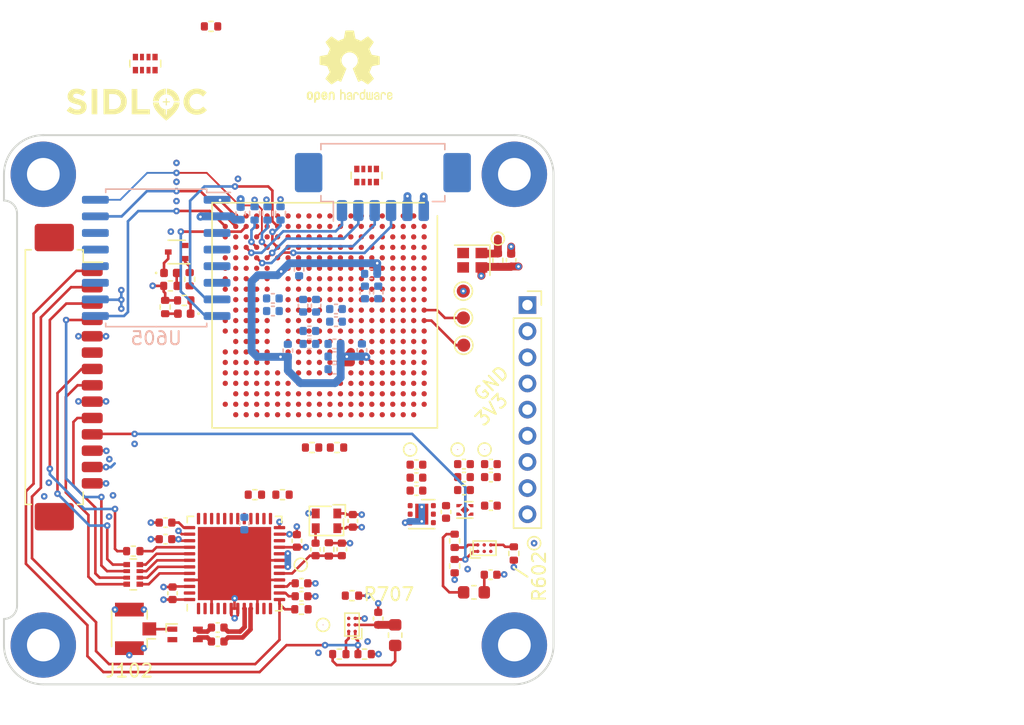
<source format=kicad_pcb>
(kicad_pcb (version 20211014) (generator pcbnew)

  (general
    (thickness 1.5954)
  )

  (paper "A4")
  (layers
    (0 "F.Cu" mixed)
    (1 "In1.Cu" power)
    (2 "In2.Cu" power)
    (31 "B.Cu" mixed)
    (32 "B.Adhes" user "B.Adhesive")
    (33 "F.Adhes" user "F.Adhesive")
    (34 "B.Paste" user)
    (35 "F.Paste" user)
    (36 "B.SilkS" user "B.Silkscreen")
    (37 "F.SilkS" user "F.Silkscreen")
    (38 "B.Mask" user)
    (39 "F.Mask" user)
    (41 "Cmts.User" user "User.Comments")
    (42 "Eco1.User" user "User.Eco1")
    (43 "Eco2.User" user "User.Eco2")
    (44 "Edge.Cuts" user)
    (45 "Margin" user)
    (46 "B.CrtYd" user "B.Courtyard")
    (47 "F.CrtYd" user "F.Courtyard")
    (48 "B.Fab" user)
    (49 "F.Fab" user)
  )

  (setup
    (stackup
      (layer "F.SilkS" (type "Top Silk Screen") (color "White"))
      (layer "F.Paste" (type "Top Solder Paste"))
      (layer "F.Mask" (type "Top Solder Mask") (color "Purple") (thickness 0.0127))
      (layer "F.Cu" (type "copper") (thickness 0.035))
      (layer "dielectric 1" (type "prepreg") (thickness 0.1) (material "JLC2313") (epsilon_r 4.05) (loss_tangent 0))
      (layer "In1.Cu" (type "copper") (thickness 0.0175))
      (layer "dielectric 2" (type "core") (thickness 1.265) (material "Core") (epsilon_r 4.6) (loss_tangent 0))
      (layer "In2.Cu" (type "copper") (thickness 0.0175))
      (layer "dielectric 3" (type "prepreg") (thickness 0.1) (material "JLC2313") (epsilon_r 4.05) (loss_tangent 0))
      (layer "B.Cu" (type "copper") (thickness 0.035))
      (layer "B.Mask" (type "Bottom Solder Mask") (color "Purple") (thickness 0.0127))
      (layer "B.Paste" (type "Bottom Solder Paste"))
      (layer "B.SilkS" (type "Bottom Silk Screen") (color "White"))
      (copper_finish "ENIG")
      (dielectric_constraints no)
    )
    (pad_to_mask_clearance 0.05)
    (solder_mask_min_width 0.2)
    (grid_origin 171.1452 89.472)
    (pcbplotparams
      (layerselection 0x0000030_80000001)
      (disableapertmacros false)
      (usegerberextensions false)
      (usegerberattributes false)
      (usegerberadvancedattributes false)
      (creategerberjobfile false)
      (svguseinch false)
      (svgprecision 6)
      (excludeedgelayer true)
      (plotframeref false)
      (viasonmask false)
      (mode 1)
      (useauxorigin false)
      (hpglpennumber 1)
      (hpglpenspeed 20)
      (hpglpendiameter 15.000000)
      (dxfpolygonmode true)
      (dxfimperialunits true)
      (dxfusepcbnewfont true)
      (psnegative false)
      (psa4output false)
      (plotreference true)
      (plotvalue true)
      (plotinvisibletext false)
      (sketchpadsonfab false)
      (subtractmaskfromsilk false)
      (outputformat 1)
      (mirror false)
      (drillshape 1)
      (scaleselection 1)
      (outputdirectory "")
    )
  )

  (net 0 "")
  (net 1 "GND")
  (net 2 "3V3")
  (net 3 "unconnected-(PQ101-Pad1)")
  (net 4 "unconnected-(PQ101-Pad2)")
  (net 5 "unconnected-(PQ101-Pad3)")
  (net 6 "unconnected-(PQ101-Pad6)")
  (net 7 "unconnected-(PQ101-Pad7)")
  (net 8 "unconnected-(PQ101-Pad8)")
  (net 9 "Net-(C601-Pad1)")
  (net 10 "/fpga/FPGA_2V5")
  (net 11 "/fpga/FPGA_3V3")
  (net 12 "/fpga/FPGA_1V1")
  (net 13 "Net-(C701-Pad1)")
  (net 14 "Net-(C701-Pad2)")
  (net 15 "/transceiver/TRX_3V3")
  (net 16 "Net-(C704-Pad2)")
  (net 17 "Net-(C710-Pad1)")
  (net 18 "Net-(C711-Pad1)")
  (net 19 "/transceiver/RF09P")
  (net 20 "/transceiver/RF09CAP_P")
  (net 21 "/transceiver/RF09N")
  (net 22 "/transceiver/RF09CAP_N")
  (net 23 "/transceiver/RF_EN")
  (net 24 "/transceiver/RST")
  (net 25 "/transceiver/IRQ")
  (net 26 "/SPI_CS2")
  (net 27 "/SPI_CS1")
  (net 28 "/fpga/SPI_CLK")
  (net 29 "/fpga/SPI_MISO")
  (net 30 "/fpga/SPI_MOSI")
  (net 31 "/fpga/FPGA_EN")
  (net 32 "/fpga/FPGA_DONE")
  (net 33 "/fpga/FPGA_INIT")
  (net 34 "/transceiver/RFIO")
  (net 35 "/fpga/JTDO")
  (net 36 "/fpga/JTCK")
  (net 37 "/fpga/JTMS")
  (net 38 "/fpga/JTDI")
  (net 39 "/fpga/FPGA_1V1_PG")
  (net 40 "Net-(NT701-Pad1)")
  (net 41 "Net-(R602-Pad2)")
  (net 42 "/fpga/FPGA_3V3_FAULT")
  (net 43 "/fpga/RXCLOCKP")
  (net 44 "/fpga/RXCLOCKN")
  (net 45 "/fpga/RXDATAP")
  (net 46 "/fpga/RXDATAN")
  (net 47 "Net-(D601-Pad2)")
  (net 48 "Net-(D602-Pad2)")
  (net 49 "Net-(R616-Pad2)")
  (net 50 "Net-(R617-Pad2)")
  (net 51 "Net-(R618-Pad2)")
  (net 52 "Net-(R619-Pad1)")
  (net 53 "/fpga/~{CFG_CS}")
  (net 54 "/fpga/CFG_IO2")
  (net 55 "/fpga/CFG_IO3")
  (net 56 "/fpga/TXCLOCKN")
  (net 57 "/fpga/TXCLOCKP")
  (net 58 "/fpga/TXDATAN")
  (net 59 "/fpga/TXDATAP")
  (net 60 "Net-(R704-Pad2)")
  (net 61 "/transceiver/TRX_FAULT")
  (net 62 "Net-(R707-Pad2)")
  (net 63 "Net-(RN701-Pad5)")
  (net 64 "Net-(RN701-Pad6)")
  (net 65 "Net-(RN701-Pad7)")
  (net 66 "Net-(RN701-Pad8)")
  (net 67 "/fpga/FPGA_IO1")
  (net 68 "/fpga/FPGA_IO0")
  (net 69 "unconnected-(U602-PadB6)")
  (net 70 "unconnected-(U602-PadB8)")
  (net 71 "unconnected-(U602-PadB9)")
  (net 72 "unconnected-(U602-PadB10)")
  (net 73 "/fpga/FPGA_CLK_IN")
  (net 74 "unconnected-(U602-PadC6)")
  (net 75 "unconnected-(U602-PadC7)")
  (net 76 "unconnected-(U602-PadC8)")
  (net 77 "unconnected-(U602-PadC9)")
  (net 78 "unconnected-(U602-PadC10)")
  (net 79 "unconnected-(U602-PadC11)")
  (net 80 "unconnected-(U602-PadC18)")
  (net 81 "unconnected-(U602-PadD6)")
  (net 82 "unconnected-(U602-PadD7)")
  (net 83 "unconnected-(U602-PadD8)")
  (net 84 "unconnected-(U602-PadD9)")
  (net 85 "unconnected-(U602-PadD10)")
  (net 86 "unconnected-(U602-PadD17)")
  (net 87 "unconnected-(U602-PadD18)")
  (net 88 "unconnected-(U602-PadD20)")
  (net 89 "unconnected-(U602-PadE6)")
  (net 90 "unconnected-(U602-PadE7)")
  (net 91 "unconnected-(U602-PadE8)")
  (net 92 "unconnected-(U602-PadE9)")
  (net 93 "unconnected-(U602-PadE10)")
  (net 94 "unconnected-(U602-PadE16)")
  (net 95 "unconnected-(U602-PadE17)")
  (net 96 "unconnected-(U602-PadE18)")
  (net 97 "unconnected-(U602-PadE19)")
  (net 98 "unconnected-(U602-PadF16)")
  (net 99 "unconnected-(U602-PadF17)")
  (net 100 "unconnected-(U602-PadF18)")
  (net 101 "unconnected-(U602-PadF20)")
  (net 102 "unconnected-(U602-PadG16)")
  (net 103 "unconnected-(U602-PadG18)")
  (net 104 "unconnected-(U602-PadG20)")
  (net 105 "unconnected-(U602-PadH16)")
  (net 106 "unconnected-(U602-PadH17)")
  (net 107 "unconnected-(U602-PadH18)")
  (net 108 "unconnected-(U602-PadJ16)")
  (net 109 "unconnected-(U602-PadJ17)")
  (net 110 "unconnected-(U602-PadJ18)")
  (net 111 "unconnected-(U602-PadJ20)")
  (net 112 "unconnected-(U602-PadK16)")
  (net 113 "unconnected-(U602-PadK17)")
  (net 114 "unconnected-(U602-PadK18)")
  (net 115 "unconnected-(U602-PadK20)")
  (net 116 "unconnected-(U602-PadR1)")
  (net 117 "unconnected-(U602-PadR3)")
  (net 118 "unconnected-(U602-PadT1)")
  (net 119 "unconnected-(U602-PadT2)")
  (net 120 "unconnected-(U602-PadT3)")
  (net 121 "unconnected-(U602-PadU1)")
  (net 122 "unconnected-(U602-PadU2)")
  (net 123 "/fpga/CFG_CLK")
  (net 124 "unconnected-(U602-PadV1)")
  (net 125 "/fpga/CFG_IO1")
  (net 126 "/fpga/CFG_IO0")
  (net 127 "unconnected-(U602-PadW3)")
  (net 128 "unconnected-(U602-PadW4)")
  (net 129 "unconnected-(U602-PadW5)")
  (net 130 "unconnected-(U602-PadW8)")
  (net 131 "unconnected-(U602-PadW9)")
  (net 132 "unconnected-(U602-PadW10)")
  (net 133 "unconnected-(U602-PadW11)")
  (net 134 "unconnected-(U602-PadW13)")
  (net 135 "unconnected-(U602-PadW14)")
  (net 136 "unconnected-(U602-PadW17)")
  (net 137 "unconnected-(U602-PadW18)")
  (net 138 "unconnected-(U602-PadW20)")
  (net 139 "unconnected-(U602-PadY5)")
  (net 140 "unconnected-(U602-PadY6)")
  (net 141 "unconnected-(U602-PadY7)")
  (net 142 "unconnected-(U602-PadY8)")
  (net 143 "unconnected-(U602-PadY11)")
  (net 144 "unconnected-(U602-PadY12)")
  (net 145 "unconnected-(U602-PadY14)")
  (net 146 "unconnected-(U602-PadY15)")
  (net 147 "unconnected-(U602-PadY16)")
  (net 148 "unconnected-(U602-PadY17)")
  (net 149 "unconnected-(U602-PadY19)")
  (net 150 "unconnected-(U604-Pad2)")
  (net 151 "unconnected-(U605-Pad3)")
  (net 152 "unconnected-(U605-Pad4)")
  (net 153 "unconnected-(U605-Pad5)")
  (net 154 "unconnected-(U605-Pad6)")
  (net 155 "unconnected-(U605-Pad11)")
  (net 156 "unconnected-(U605-Pad12)")
  (net 157 "unconnected-(U605-Pad13)")
  (net 158 "unconnected-(U605-Pad14)")
  (net 159 "unconnected-(U702-Pad1)")
  (net 160 "unconnected-(U702-Pad2)")
  (net 161 "unconnected-(U702-Pad4)")
  (net 162 "unconnected-(U702-Pad5)")
  (net 163 "unconnected-(U702-Pad11)")
  (net 164 "unconnected-(U702-Pad12)")
  (net 165 "unconnected-(U702-Pad22)")
  (net 166 "unconnected-(U702-Pad35)")
  (net 167 "unconnected-(U702-Pad36)")
  (net 168 "unconnected-(U702-Pad47)")
  (net 169 "Net-(D602-Pad1)")
  (net 170 "unconnected-(H103-Pad1)")
  (net 171 "unconnected-(H101-Pad1)")
  (net 172 "unconnected-(H102-Pad1)")
  (net 173 "unconnected-(H104-Pad1)")
  (net 174 "unconnected-(RN601-Pad1)")
  (net 175 "unconnected-(RN601-Pad8)")

  (footprint "Symbol:OSHW-Logo2_7.3x6mm_SilkScreen" (layer "F.Cu") (at 157.5562 71.2348))

  (footprint "MountingHole:MountingHole_2.5mm_Pad" (layer "F.Cu") (at 170.1452 79.472))

  (footprint "MountingHole:MountingHole_2.5mm_Pad" (layer "F.Cu") (at 134.1452 79.472))

  (footprint "Connector_PinSocket_2.00mm:PinSocket_1x09_P2.00mm_Vertical" (layer "F.Cu") (at 171.1452 89.472))

  (footprint "Resistor_SMD:R_0402_1005Metric" (layer "F.Cu") (at 143.4592 89.6244 90))

  (footprint "Capacitor_SMD:C_0402_1005Metric" (layer "F.Cu") (at 168.3258 110.0968))

  (footprint "Package_BGA:Texas_DSBGA-6_0.9x1.4mm_Layout2x3_P0.5mm" (layer "F.Cu") (at 157.734 113.9322 180))

  (footprint "Resistor_SMD:R_0402_1005Metric" (layer "F.Cu") (at 154.686 100.3686 180))

  (footprint "Resistor_SMD:R_0402_1005Metric" (layer "F.Cu") (at 157.734 111.697 180))

  (footprint "Inductor_SMD:L_0603_1608Metric" (layer "F.Cu") (at 161.036 114.717 90))

  (footprint "Capacitor_SMD:C_0402_1005Metric" (layer "F.Cu") (at 162.6616 102.6696))

  (footprint "Package_BGA:Lattice_caBGA-381_17.0x17.0mm_Layout20x20_P0.8mm_Ball0.4mm_Pad0.4mm_NSMD" (layer "F.Cu") (at 155.6512 90.2594 -90))

  (footprint "Capacitor_SMD:C_0402_1005Metric" (layer "F.Cu") (at 162.6616 101.679))

  (footprint "Resistor_SMD:R_0402_1005Metric" (layer "F.Cu") (at 165.5826 107.504 90))

  (footprint "Capacitor_SMD:C_0402_1005Metric" (layer "F.Cu") (at 154.9512 108.1604 90))

  (footprint "Connector_Molex:Molex_PicoBlade_53261-1471_1x14-1MP_P1.25mm_Horizontal" (layer "F.Cu") (at 135.4836 94.9838 -90))

  (footprint "lsf-kicad-lib:TestPoint_D0.8mm_Mask-Only" (layer "F.Cu") (at 162.179 100.521))

  (footprint "Capacitor_SMD:C_0402_1005Metric" (layer "F.Cu") (at 162.6616 103.6602 180))

  (footprint "Capacitor_SMD:C_0402_1005Metric" (layer "F.Cu") (at 153.8762 111.7418))

  (footprint "Inductor_SMD:L_0603_1608Metric" (layer "F.Cu") (at 167.0558 111.443))

  (footprint "lsf-kicad-lib:sidloc-logo-11x3" (layer "F.Cu")
    (tedit 0) (tstamp 3f1ff34e-9dfb-4e77-9536-5ac10444e162)
    (at 141.2748 74.1304)
    (descr "SIDLOC Logo")
    (attr board_only exclude_from_pos_files exclude_from_bom)
    (fp_text reference "G***" (at 0 0) (layer "F.SilkS") hide
      (effects (font (size 1.524 1.524) (thickness 0.3)))
      (tstamp b03a86c5-d312-46b5-86a2-b35f202c04e6)
    )
    (fp_text value "LOGO" (at 0.75 0) (layer "F.SilkS") hide
      (effects (font (size 1.524 1.524) (thickness 0.3)))
      (tstamp 928e8899-f155-4374-b14a-98bb889f7951)
    )
    (fp_poly (pts
        (xy 2.359399 -1.209276)
        (xy 2.403518 -1.204284)
        (xy 2.453426 -1.196016)
        (xy 2.504858 -1.185357)
        (xy 2.553551 -1.173189)
        (xy 2.595226 -1.160401)
        (xy 2.674878 -1.128445)
        (xy 2.75504 -1.088394)
        (xy 2.832482 -1.042116)
        (xy 2.903973 -0.991482)
        (xy 2.943988 -0.958635)
        (xy 3.012053 -0.89222)
        (xy 3.074778 -0.817078)
        (xy 3.131149 -0.734887)
        (xy 3.180155 -0.647322)
        (xy 3.220785 -0.556062)
        (xy 3.252026 -0.462784)
        (xy 3.25892 -0.436668)
        (xy 3.264295 -0.412054)
        (xy 3.269864 -0.3816)
        (xy 3.275161 -0.34848)
        (xy 3.27972 -0.31587)
        (xy 3.283075 -0.286946)
        (xy 3.284761 -0.264883)
        (xy 3.284871 -0.259869)
        (xy 3.284871 -0.236646)
        (xy 2.846991 -0.236646)
        (xy 2.843554 -0.269044)
        (xy 2.834104 -0.322495)
        (xy 2.81741 -0.379554)
        (xy 2.794899 -0.436634)
        (xy 2.767998 -0.490147)
        (xy 2.738134 -0.536503)
        (xy 2.736094 -0.539223)
        (xy 2.684715 -0.598373)
        (xy 2.626234 -0.650237)
        (xy 2.562014 -0.693973)
        (xy 2.49342 -0.728742)
        (xy 2.421815 -0.753702)
        (xy 2.369588 -0.765059)
        (xy 2.310134 -0.774733)
        (xy 2.310124 -0.993899)
        (xy 2.310115 -1.213064)
      ) (layer "F.SilkS") (width 0) (fill solid) (tstamp 225b351a-25fe-478f-bc3a-a3a5225089dc))
    (fp_poly (pts
        (xy -3.004543 -0.212699)
        (xy -3.005967 0.752196)
        (xy -3.217661 0.753672)
        (xy -3.265439 0.753906)
        (xy -3.309646 0.753931)
        (xy -3.349023 0.753763)
        (xy -3.382308 0.753414)
        (xy -3.408243 0.752897)
        (xy -3.425566 0.752228)
        (xy -3.433017 0.751419)
        (xy -3.433178 0.751324)
        (xy -3.433588 0.745371)
        (xy -3.433986 0.728729)
        (xy -3.43437 0.701979)
        (xy -3.434736 0.6657)
        (xy -3.435084 0.620473)
        (xy -3.43541 0.566879)
        (xy -3.435712 0.505497)
        (xy -3.435988 0.436907)
        (xy -3.436236 0.36169)
        (xy -3.436453 0.280426)
        (xy -3.436638 0.193695)
        (xy -3.436787 0.102078)
        (xy -3.436899 0.006154)
        (xy -3.436971 -0.093496)
        (xy -3.437 -0.196292)
        (xy -3.437001 -0.215047)
        (xy -3.437001 -1.177595)
        (xy -3.003118 -1.177595)
      ) (layer "F.SilkS") (width 0) (fill solid) (tstamp 3df1147a-b7b1-4990-90c8-66a47b1c2bbc))
    (fp_poly (pts
        (xy 2.229891 -0.994286)
        (xy 2.228416 -0.775497)
        (xy 2.18334 -0.768034)
        (xy 2.115154 -0.752553)
        (xy 2.048612 -0.729442)
        (xy 1.986633 -0.699905)
        (xy 1.932132 -0.665148)
        (xy 1.929416 -0.663114)
        (xy 1.90467 -0.64261)
        (xy 1.876637 -0.616503)
        (xy 1.848039 -0.587594)
        (xy 1.821597 -0.558686)
        (xy 1.800035 -0.53258)
        (xy 1.792318 -0.522013)
        (xy 1.765474 -0.477112)
        (xy 1.741158 -0.425262)
        (xy 1.720777 -0.370235)
        (xy 1.705742 -0.315802)
        (xy 1.697794 -0.269044)
        (xy 1.694357 -0.236646)
        (xy 1.254815 -0.236646)
        (xy 1.258481 -0.284346)
        (xy 1.271532 -0.382677)
        (xy 1.295398 -0.481081)
        (xy 1.329716 -0.578222)
        (xy 1.353056 -0.630927)
        (xy 1.404275 -0.725844)
        (xy 1.464066 -0.813699)
        (xy 1.532021 -0.894081)
        (xy 1.607732 -0.96658)
        (xy 1.690791 -1.030785)
        (xy 1.780789 -1.086285)
        (xy 1.831189 -1.112043)
        (xy 1.928553 -1.152983)
        (xy 2.026454 -1.183329)
        (xy 2.124098 -1.202861)
        (xy 2.182016 -1.209281)
        (xy 2.231367 -1.213074)
      ) (layer "F.SilkS") (width 0) (fill solid) (tstamp 877c35ec-6ccb-4b5d-9ce3-02fc59d2d7e6))
    (fp_poly (pts
        (xy 4.672495 -1.209435)
        (xy 4.71766 -1.207236)
        (xy 4.756057 -1.203789)
        (xy 4.759617 -1.203349)
        (xy 4.86714 -1.184752)
        (xy 4.968138 -1.157078)
        (xy 5.062995 -1.120154)
        (xy 5.152093 -1.073808)
        (xy 5.235817 -1.017865)
        (xy 5.31397 -0.952688)
        (xy 5.332724 -0.935098)
        (xy 5.344244 -0.923222)
        (xy 5.349722 -0.915297)
        (xy 5.350353 -0.909558)
        (xy 5.347331 -0.904242)
        (xy 5.347023 -0.903851)
        (xy 5.335319 -0.889599)
        (xy 5.318443 -0.86963)
        (xy 5.297412 -0.845103)
        (xy 5.273244 -0.817171)
        (xy 5.246957 -0.786992)
        (xy 5.219571 -0.75572)
        (xy 5.192102 -0.724511)
        (xy 5.165568 -0.694522)
        (xy 5.140989 -0.666908)
        (xy 5.119381 -0.642824)
        (xy 5.101763 -0.623427)
        (xy 5.089154 -0.609872)
        (xy 5.08257 -0.603315)
        (xy 5.081902 -0.602883)
        (xy 5.074978 -0.606363)
        (xy 5.063144 -0.615238)
        (xy 5.055506 -0.621769)
        (xy 5.022078 -0.649505)
        (xy 4.983067 -0.678435)
        (xy 4.941176 -0.706811)
        (xy 4.899108 -0.732892)
        (xy 4.859564 -0.754931)
        (xy 4.825247 -0.771185)
        (xy 4.82204 -0.772491)
        (xy 4.747235 -0.796941)
        (xy 4.670826 -0.81153)
        (xy 4.594108 -0.816361)
        (xy 4.518373 -0.81154)
        (xy 4.444914 -0.79717)
        (xy 4.375023 -0.773355)
        (xy 4.309994 -0.7402)
        (xy 4.29383 -0.729921)
        (xy 4.231224 -0.681668)
        (xy 4.17656 -0.625622)
        (xy 4.130151 -0.56229)
        (xy 4.092312 -0.492176)
        (xy 4.063358 -0.415784)
        (xy 4.043604 -0.333619)
        (xy 4.042397 -0.326613)
        (xy 4.036374 -0.27344)
        (xy 4.03464 -0.214927)
        (xy 4.037039 -0.155115)
        (xy 4.043415 -0.098048)
        (xy 4.053091 -0.049754)
        (xy 4.0789 0.029951)
        (xy 4.1132 0.103201)
        (xy 4.155492 0.169465)
        (xy 4.205276 0.228214)
        (xy 4.262051 0.278917)
        (xy 4.325316 0.321043)
        (xy 4.394573 0.354061)
        (xy 4.451574 0.37292)
        (xy 4.471407 0.377907)
        (xy 4.490088 0.381446)
        (xy 4.510223 0.383771)
        (xy 4.534422 0.385117)
        (xy 4.565292 0.385719)
        (xy 4.594875 0.385824)
        (xy 4.659007 0.384146)
        (xy 4.714838 0.37875)
        (xy 4.764895 0.36904)
        (xy 4.811706 0.354416)
        (xy 4.857799 0.334282)
        (xy 4.893355 0.315242)
        (xy 4.917704 0.300161)
        (xy 4.947986 0.279659)
        (xy 4.98158 0.25565)
        (xy 5.015864 0.230048)
        (xy 5.048215 0.204765)
        (xy 5.074063 0.183391)
        (xy 5.096861 0.163835)
        (xy 5.234644 0.302099)
        (xy 5.372426 0.440363)
        (xy 5.313265 0.496787)
        (xy 5.234289 0.566545)
        (xy 5.154628 0.625589)
        (xy 5.07333 0.674469)
        (xy 4.989444 0.713737)
        (xy 4.902016 0.743944)
        (xy 4.872373 0.75198)
        (xy 4.796912 0.767627)
        (xy 4.714396 0.778448)
        (xy 4.628076 0.784179)
        (xy 4.541202 0.784555)
        (xy 4.496273 0.782509)
        (xy 4.399253 0.771053)
        (xy 4.303198 0.749524)
        (xy 4.209367 0.718545)
        (xy 4.119021 0.67874)
        (xy 4.03342 0.63073)
        (xy 3.953824 0.575139)
        (xy 3.881493 0.51259)
        (xy 3.822487 0.449481)
        (xy 3.760759 0.367803)
        (xy 3.707334 0.280197)
        (xy 3.662971 0.188219)
        (xy 3.62843 0.093424)
        (xy 3.606282 0.006561)
        (xy 3.589932 -0.101033)
        (xy 3.584375 -0.208262)
        (xy 3.589464 -0.314361)
        (xy 3.605055 -0.418563)
        (xy 3.631004 -0.520104)
        (xy 3.667165 -0.618216)
        (xy 3.713394 -0.712135)
        (xy 3.755141 -0.780193)
        (xy 3.818356 -0.8649)
        (xy 3.888435 -0.940673)
        (xy 3.965347 -1.007494)
        (xy 4.049058 -1.06534)
        (xy 4.139538 -1.114191)
        (xy 4.236752 -1.154026)
        (xy 4.34067 -1.184824)
        (xy 4.403305 -1.198406)
        (xy 4.435103 -1.202949)
        (xy 4.475556 -1.206458)
        (xy 4.522091 -1.208897)
        (xy 4.57214 -1.21023)
        (xy 4.623132 -1.210421)
      ) (layer "F.SilkS") (width 0) (fill solid) (tstamp 929f3e98-fcb5-494e-b66d-3e79fc755079))
    (fp_poly (pts
        (xy -2.097416 -1.177492)
        (xy -2.012968 -1.177434)
        (xy -1.939003 -1.177296)
        (xy -1.874732 -1.177063)
        (xy -1.81937 -1.176723)
        (xy -1.772129 -1.176261)
        (xy -1.732222 -1.175665)
        (xy -1.698864 -1.174921)
        (xy -1.671267 -1.174015)
        (xy -1.648644 -1.172935)
        (xy -1.630208 -1.171667)
        (xy -1.615173 -1.170197)
        (xy -1.606919 -1.169136)
        (xy -1.498575 -1.148668)
        (xy -1.395771 -1.119062)
        (xy -1.298922 -1.08069)
        (xy -1.208442 -1.033927)
        (xy -1.124748 -0.979144)
        (xy -1.048253 -0.916715)
        (xy -0.979373 -0.847012)
        (xy -0.918524 -0.77041)
        (xy -0.866119 -0.68728)
        (xy -0.822575 -0.597996)
        (xy -0.788307 -0.502931)
        (xy -0.765871 -0.413397)
        (xy -0.758779 -0.368411)
        (xy -0.753683 -0.315671)
        (xy -0.750665 -0.258526)
        (xy -0.749807 -0.200327)
        (xy -0.751193 -0.144425)
        (xy -0.754903 -0.094169)
        (xy -0.757513 -0.073183)
        (xy -0.769857 -0.001584)
        (xy -0.785429 0.062777)
        (xy -0.805411 0.123747)
        (xy -0.830987 0.185168)
        (xy -0.848017 0.220838)
        (xy -0.879969 0.280332)
        (xy -0.914346 0.333965)
        (xy -0.953443 0.384891)
        (xy -0.999553 0.436265)
        (xy -1.019616 0.456786)
        (xy -1.097198 0.526677)
        (xy -1.181436 0.587513)
        (xy -1.272183 0.639221)
        (xy -1.369289 0.681727)
        (xy -1.472607 0.714959)
        (xy -1.581988 0.738843)
        (xy -1.598292 0.741518)
        (xy -1.611162 0.743355)
        (xy -1.625485 0.744965)
        (xy -1.642101 0.746371)
        (xy -1.661852 0.747591)
        (xy -1.685577 0.748647)
        (xy -1.714117 0.749559)
        (xy -1.748313 0.750347)
        (xy -1.789005 0.751032)
        (xy -1.837035 0.751634)
        (xy -1.893242 0.752174)
        (xy -1.958467 0.752672)
        (xy -2.033552 0.753148)
        (xy -2.090445 0.753469)
        (xy -2.159163 0.753789)
        (xy -2.224606 0.75399)
        (xy -2.285902 0.754075)
        (xy -2.342177 0.75405)
        (xy -2.392558 0.753916)
        (xy -2.43617 0.753678)
        (xy -2.472141 0.75334)
        (xy -2.499597 0.752904)
        (xy -2.517665 0.752375)
        (xy -2.525471 0.751757)
        (xy -2.525704 0.751655)
        (xy -2.52615 0.745666)
        (xy -2.526583 0.728988)
        (xy -2.526999 0.702203)
        (xy -2.527397 0.66589)
        (xy -2.527775 0.62063)
        (xy -2.528129 0.567003)
        (xy -2.528458 0.505591)
        (xy -2.528758 0.436973)
        (xy -2.529027 0.361729)
        (xy -2.529263 0.280441)
        (xy -2.529464 0.193689)
        (xy -2.529626 0.102054)
        (xy -2.529747 0.006115)
        (xy -2.529825 -0.093547)
        (xy -2.529858 -0.196351)
        (xy -2.529858 -0.795835)
        (xy -2.101642 -0.795835)
        (xy -2.101642 0.366238)
        (xy -1.926753 0.366238)
        (xy -1.880377 0.366039)
        (xy -1.834934 0.365476)
        (xy -1.792393 0.364602)
        (xy -1.754724 0.363467)
        (xy -1.723896 0.362124)
        (xy -1.701879 0.360624)
        (xy -1.698011 0.360233)
        (xy -1.615251 0.34617)
        (xy -1.539396 0.323211)
        (xy -1.470463 0.291369)
        (xy -1.408468 0.250655)
        (xy -1.353428 0.20108)
        (xy -1.305359 0.142655)
        (xy -1.264277 0.075391)
        (xy -1.256058 0.059162)
        (xy -1.234457 0.009983)
        (xy -1.218534 -0.03874)
        (xy -1.207253 -0.090834)
        (xy -1.199664 -0.149248)
        (xy -1.196821 -0.231611)
        (xy -1.204183 -0.312962)
        (xy -1.221473 -0.391625)
        (xy -1.248414 -0.465926)
        (xy -1.253974 -0.478089)
        (xy -1.279751 -0.527545)
        (xy -1.307944 -0.570404)
        (xy -1.341347 -0.610495)
        (xy -1.376173 -0.645491)
        (xy -1.433506 -0.692598)
        (xy -1.495484 -0.729769)
        (xy -1.558115 -0.756027)
        (xy -1.582506 -0.76422)
        (xy -1.604646 -0.770978)
        (xy -1.625986 -0.776462)
        (xy -1.647979 -0.780828)
        (xy -1.672078 -0.784236)
        (xy -1.699734 -0.786845)
        (xy -1.7324 -0.788811)
        (xy -1.771528 -0.790295)
        (xy -1.818571 -0.791455)
        (xy -1.87498 -0.792449)
        (xy -1.894577 -0.792748)
        (xy -2.101642 -0.795835)
        (xy -2.529858 -0.795835)
        (xy -2.529858 -1.177595)
      ) (layer "F.SilkS") (width 0) (fill solid) (tstamp a32edc43-2ad6-4d2c-84ee-fd49a41182be))
    (fp_poly (pts
        (xy 2.315749 -0.24228)
        (xy 2.535492 -0.24228)
        (xy 2.535492 -0.152129)
        (xy 2.315749 -0.152129)
        (xy 2.315749 0.073248)
        (xy 2.225599 0.073248)
        (xy 2.225599 -0.152129)
        (xy 2.000222 -0.152129)
        (xy 2.000222 -0.24228)
        (xy 2.225599 -0.24228)
        (xy 2.225599 -0.467657)
        (xy 2.315749 -0.467657)
      ) (layer "F.SilkS") (width 0) (fill solid) (tstamp a6288114-2d76-468f-b7f1-d67a7cf278c3))
    (fp_poly (pts
        (xy 3.282556 -0.108529)
        (xy 3.272179 -0.024386)
        (xy 3.25414 0.058794)
        (xy 3.228085 0.141723)
        (xy 3.193664 0.225116)
        (xy 3.150525 0.309689)
        (xy 3.098318 0.396156)
        (xy 3.03669 0.485232)
        (xy 2.965291 0.577631)
        (xy 2.916141 0.636691)
        (xy 2.875063 0.683155)
        (xy 2.826633 0.735092)
        (xy 2.772367 0.791023)
        (xy 2.71378 0.849467)
        (xy 2.652387 0.908943)
        (xy 2.589705 0.967971)
        (xy 2.527247 1.02507)
        (xy 2.46653 1.07876)
        (xy 2.442524 1.099416)
        (xy 2.418263 1.119927)
        (xy 2.391938 1.14188)
        (xy 2.364984 1.16411)
        (xy 2.33884 1.185454)
        (xy 2.314944 1.204747)
        (xy 2.294733 1.220823)
        (xy 2.279645 1.23252)
        (xy 2.271117 1.238672)
        (xy 2.269804 1.239321)
        (xy 2.264764 1.235905)
        (xy 2.253713 1.227316)
        (xy 2.242502 1.218241)
        (xy 2.171138 1.159258)
        (xy 2.107376 1.105714)
        (xy 2.04978 1.056317)
        (xy 1.996915 1.009775)
        (xy 1.947345 0.964796)
        (xy 1.899634 0.920089)
        (xy 1.852347 0.87436)
        (xy 1.804049 0.826318)
        (xy 1.780207 0.802182)
        (xy 1.688684 0.706164)
        (xy 1.607056 0.614282)
        (xy 1.534972 0.525984)
        (xy 1.472081 0.440717)
        (xy 1.418031 0.357927)
        (xy 1.372472 0.277062)
        (xy 1.335051 0.197569)
        (xy 1.305419 0.118894)
        (xy 1.283223 0.040484)
        (xy 1.27629 0.008781)
        (xy 1.270315 -0.023715)
        (xy 1.264879 -0.058117)
        (xy 1.260685 -0.089716)
        (xy 1.258792 -0.108529)
        (xy 1.254917 -0.157897)
        (xy 1.473649 -0.156422)
        (xy 1.692382 -0.154946)
        (xy 1.699844 -0.109871)
        (xy 1.717231 -0.034503)
        (xy 1.74356 0.037977)
        (xy 1.777798 0.104926)
        (xy 1.793494 0.129592)
        (xy 1.810067 0.151228)
        (xy 1.832914 0.17726)
        (xy 1.85947 0.205092)
        (xy 1.887172 0.23213)
        (xy 1.913453 0.255778)
        (xy 1.935426 0.27321)
        (xy 1.999978 0.312733)
        (xy 2.070632 0.344142)
        (xy 2.144672 0.366337)
        (xy 2.184629 0.374032)
        (xy 2.228416 0.3808)
        (xy 2.229897 0.579176)
        (xy 2.231377 0.777551)
        (xy 2.310115 0.777551)
        (xy 2.310115 0.379063)
        (xy 2.346601 0.375325)
        (xy 2.400161 0.365886)
        (xy 2.457306 0.348817)
        (xy 2.514742 0.325413)
        (xy 2.569179 0.296971)
        (xy 2.605922 0.27321)
        (xy 2.628307 0.255425)
        (xy 2.654634 0.231699)
        (xy 2.682337 0.204627)
        (xy 2.708853 0.176804)
        (xy 2.731616 0.150824)
        (xy 2.747854 0.129592)
        (xy 2.784968 0.0656)
        (xy 2.814588 -0.004982)
        (xy 2.83568 -0.079511)
        (xy 2.841504 -0.109871)
        (xy 2.848966 -0.154946)
        (xy 3.067699 -0.156422)
        (xy 3.286432 -0.157897)
      ) (layer "F.SilkS") (width 0) (fill solid) (tstamp aac2902c-406e-4acf-8369-0f614a917ebb))
    (fp_poly (pts
        (xy -4.512653 -1.204047)
        (xy -4.464645 -1.200848)
        (xy -4.417595 -1.195206)
        (xy -4.368107 -1.186861)
        (xy -4.346961 -1.182725)
        (xy -4.264777 -1.16197)
        (xy -4.180152 -1.132862)
        (xy -4.096351 -1.096767)
        (xy -4.016637 -1.055049)
        (xy -3.96382 -1.022439)
        (xy -3.932549 -1.001312)
        (xy -3.909953 -0.985064)
        (xy -3.89502 -0.972818)
        (xy -3.886738 -0.9637)
        (xy -3.884093 -0.956831)
        (xy -3.884602 -0.953881)
        (xy -3.888285 -0.947824)
        (xy -3.897443 -0.933875)
        (xy -3.911134 -0.913407)
        (xy -3.928421 -0.887794)
        (xy -3.948364 -0.85841)
        (xy -3.970025 -0.826628)
        (xy -3.992464 -0.793823)
        (xy -4.014741 -0.761368)
        (xy -4.035919 -0.730636)
        (xy -4.055058 -0.703002)
        (xy -4.071219 -0.67984)
        (xy -4.083462 -0.662523)
        (xy -4.088758 -0.655211)
        (xy -4.102118 -0.637109)
        (xy -4.151292 -0.669229)
        (xy -4.190647 -0.693374)
       
... [463822 chars truncated]
</source>
